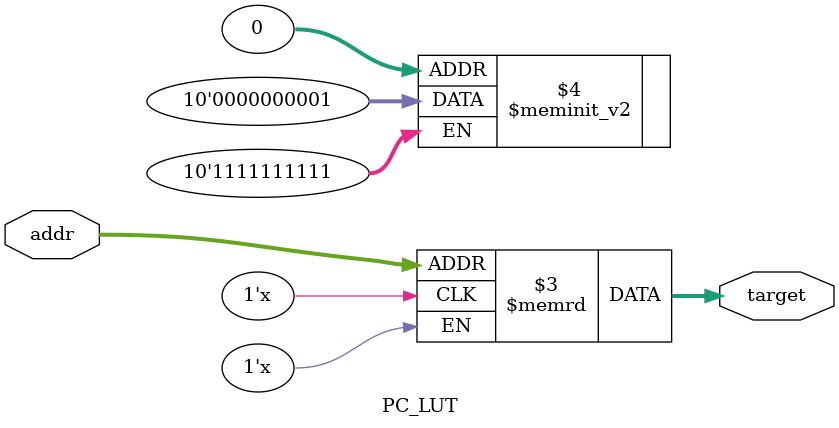
<source format=sv>
module PC_LUT #(parameter D=10)(
  input       [3:0] addr,	   
  output logic [D-1:0] target);

  logic [D-1:0] lut [0:15];

  initial begin
    lut[0] = 1;
  end

  always_comb begin
    target = lut[addr];
  end

endmodule

/*

	   pc = 4    0000_0000_0100	  4
	             1111_1111_1111	 -1

                 0000_0000_0011   3

				 (a+b)%(2**12)


   	  1111_1111_1011      -5
      0000_0001_0100     +20
	  1111_1111_1111      -1
	  0000_0000_0000     + 0


  */

</source>
